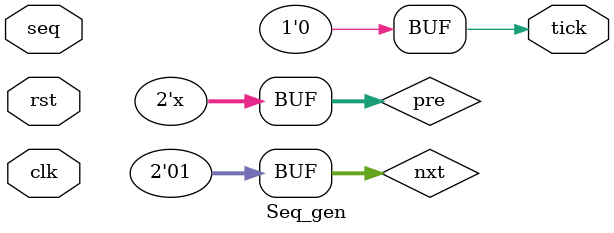
<source format=v>



module Seq_gen(
    input clk,rst,seq,
    output reg  tick
    );
localparam a=2'b00;
localparam b=2'b01;
localparam c=2'b10;
localparam d=2'b11;
reg [1:0] pre,nxt;
always @ (posedge clk,posedge rst)
begin
   if(rst) pre=a;
	else  pre=nxt;
end
always @ *
   begin
     pre=nxt;
     tick=1'b0;
     case(pre)
       a:if(seq)  nxt=b;
         else nxt=a;	
       b:if(seq)  nxt=c;
         else nxt=a;
       c:if(seq)  nxt=c;
         else nxt=d;
       d:if(seq) begin
     		 nxt=b;  tick=1'b1;
			 end
         else nxt=a;
       default:begin
         tick=1'b0;   nxt=b;
        end
     endcase
   end	  
endmodule

</source>
